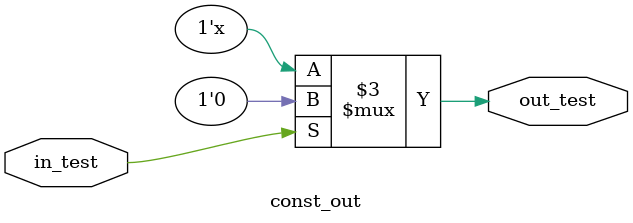
<source format=v>
module const_out (
    input in_test,
    output out_test
);
    
    always @(*) begin 
        if (in_test)
            out_test = 0;
    end
endmodule 
</source>
